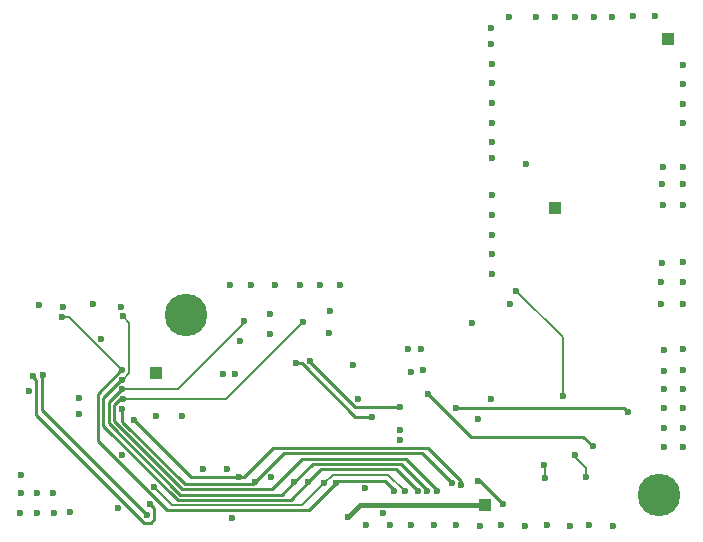
<source format=gbr>
%TF.GenerationSoftware,KiCad,Pcbnew,9.0.0*%
%TF.CreationDate,2026-01-13T23:39:09-06:00*%
%TF.ProjectId,SuppChargerPCB,53757070-4368-4617-9267-65725043422e,rev?*%
%TF.SameCoordinates,Original*%
%TF.FileFunction,Copper,L3,Inr*%
%TF.FilePolarity,Positive*%
%FSLAX46Y46*%
G04 Gerber Fmt 4.6, Leading zero omitted, Abs format (unit mm)*
G04 Created by KiCad (PCBNEW 9.0.0) date 2026-01-13 23:39:09*
%MOMM*%
%LPD*%
G01*
G04 APERTURE LIST*
%TA.AperFunction,ComponentPad*%
%ADD10C,3.600000*%
%TD*%
%TA.AperFunction,ComponentPad*%
%ADD11R,1.000000X1.000000*%
%TD*%
%TA.AperFunction,ViaPad*%
%ADD12C,0.600000*%
%TD*%
%TA.AperFunction,Conductor*%
%ADD13C,0.200000*%
%TD*%
%TA.AperFunction,Conductor*%
%ADD14C,0.250000*%
%TD*%
%TA.AperFunction,Conductor*%
%ADD15C,0.400000*%
%TD*%
G04 APERTURE END LIST*
D10*
%TO.N,N/C*%
%TO.C,H1*%
X87490000Y-98890000D03*
%TD*%
%TO.N,N/C*%
%TO.C,H3*%
X127510000Y-114120000D03*
%TD*%
D11*
%TO.N,+3V3*%
%TO.C,OUT4*%
X112810000Y-114970000D03*
%TD*%
%TO.N,OUT*%
%TO.C,OUT2*%
X84930000Y-103790000D03*
%TD*%
%TO.N,+24V*%
%TO.C,+24V2*%
X118740000Y-89860000D03*
%TD*%
%TO.N,PGND*%
%TO.C,PGND3*%
X128310000Y-75510000D03*
%TD*%
D12*
%TO.N,+24V*%
X119350000Y-105750000D03*
X115400000Y-96850000D03*
%TO.N,/ACOV*%
X117810000Y-111580000D03*
X117860000Y-112690000D03*
%TO.N,/ACUV*%
X120390000Y-110730000D03*
X121320000Y-112590000D03*
%TO.N,/Converter/BUCK_IN*%
X114920000Y-97950000D03*
%TO.N,PGND*%
X100510000Y-96390000D03*
X112330000Y-116740000D03*
X91210000Y-96390000D03*
X113360000Y-95440000D03*
X108500000Y-116730000D03*
X76270000Y-115640000D03*
X114140000Y-116720000D03*
X113340000Y-77640000D03*
X113360000Y-88790000D03*
X119990000Y-116740000D03*
X113340000Y-84290000D03*
X129560000Y-108440000D03*
X120410000Y-73670000D03*
X116130000Y-116740000D03*
X129540000Y-89630000D03*
X113370000Y-82620000D03*
X113390000Y-93770000D03*
X127970000Y-106790000D03*
X104720000Y-116730000D03*
X127940000Y-101850000D03*
X129550000Y-106770000D03*
X127810000Y-87850000D03*
X73490000Y-112430000D03*
X129530000Y-87850000D03*
X118000000Y-116720000D03*
X113350000Y-79280000D03*
X127820000Y-89630000D03*
X129540000Y-105180000D03*
X98820000Y-96370000D03*
X95030000Y-96390000D03*
X114780000Y-73650000D03*
X127820000Y-86390000D03*
X129580000Y-81020000D03*
X125350000Y-73640000D03*
X127720000Y-97980000D03*
X129530000Y-103610000D03*
X102730000Y-116710000D03*
X106510000Y-116710000D03*
X110340000Y-116720000D03*
X105607599Y-109463000D03*
X129570000Y-79350000D03*
X127960000Y-105200000D03*
X127210000Y-73640000D03*
X73440000Y-115640000D03*
X127750000Y-94480000D03*
X122000000Y-73660000D03*
X74890000Y-113960000D03*
X97150000Y-96370000D03*
X121590000Y-116720000D03*
X73470000Y-113960000D03*
X129570000Y-94460000D03*
X113360000Y-80990000D03*
X113330000Y-74640000D03*
X93000000Y-96370000D03*
X129540000Y-96130000D03*
X129550000Y-82690000D03*
X113330000Y-75960000D03*
X129530000Y-110110000D03*
X129560000Y-77760000D03*
X105626456Y-108643544D03*
X77640000Y-115630000D03*
X123580000Y-116740000D03*
X113370000Y-90430000D03*
X127980000Y-108460000D03*
X76230000Y-113970000D03*
X118740000Y-73680000D03*
X117070000Y-73650000D03*
X129540000Y-97960000D03*
X129520000Y-101830000D03*
X123570000Y-73650000D03*
X127720000Y-96150000D03*
X113380000Y-92140000D03*
X127950000Y-110130000D03*
X113350000Y-85630000D03*
X129540000Y-86390000D03*
X74890000Y-115640000D03*
X127950000Y-103630000D03*
%TO.N,/DRV_SUP*%
X106560000Y-103778000D03*
%TO.N,/Converter/BOOST_OUT*%
X91580000Y-103920000D03*
%TO.N,/Converter/BUCK_HIGH*%
X113300000Y-106038000D03*
%TO.N,OUT*%
X90610000Y-103910000D03*
X82070000Y-110760000D03*
X78430000Y-107290000D03*
X78430000Y-105960000D03*
%TO.N,/SW1*%
X107404902Y-101795645D03*
X112220578Y-107695001D03*
X111694687Y-99615313D03*
%TO.N,/SW2*%
X102011690Y-106057074D03*
X106265098Y-101795647D03*
%TO.N,Net-(D1-A)*%
X94553035Y-100481697D03*
%TO.N,/STAT1*%
X82074065Y-105209911D03*
X107889977Y-113776696D03*
X96635000Y-113095000D03*
X92390000Y-99460000D03*
%TO.N,/STAT2*%
X82068890Y-104409925D03*
X97840000Y-113090000D03*
X107092319Y-113843064D03*
X82120000Y-99010000D03*
%TO.N,Net-(D2-A)*%
X79590322Y-97997500D03*
%TO.N,/\u002APG*%
X105984819Y-113849065D03*
X99170000Y-113160000D03*
X84800523Y-113489001D03*
%TO.N,Net-(D4-A)*%
X75004632Y-98036887D03*
%TO.N,/\u002ACE*%
X100160000Y-113180000D03*
X76970000Y-99060000D03*
X82080000Y-103610000D03*
X105110587Y-113830587D03*
%TO.N,Net-(D5-A)*%
X116270000Y-86100000D03*
%TO.N,/\u002AINT*%
X108687930Y-113837242D03*
X97360000Y-99500000D03*
X82113159Y-106008958D03*
%TO.N,/FB*%
X90920000Y-111985000D03*
X87100000Y-107450000D03*
%TO.N,/FBG*%
X94639882Y-112615000D03*
X84890000Y-107440000D03*
X88870000Y-111985000D03*
%TO.N,+3V3*%
X80274265Y-100955735D03*
X101170000Y-115990000D03*
X91400000Y-116065000D03*
X92080000Y-101110000D03*
X81738058Y-115221942D03*
%TO.N,/SCL*%
X82070000Y-106850000D03*
X93339461Y-113018183D03*
X109950000Y-113100000D03*
%TO.N,/SDA*%
X83040000Y-107800000D03*
X91920002Y-112610000D03*
X110719299Y-113319495D03*
%TO.N,/HIDRV1*%
X124860000Y-107110000D03*
X110310000Y-106810800D03*
%TO.N,/HIDRV2*%
X103210000Y-107511459D03*
X96790000Y-102960000D03*
%TO.N,/LODRV1*%
X121910000Y-110040000D03*
X108000000Y-105598000D03*
%TO.N,/LODRV2*%
X97992110Y-102817890D03*
X105623178Y-106692484D03*
%TO.N,/Converter/BOOST_HIGH*%
X101627314Y-103112686D03*
%TO.N,Net-(U1-ILIM_HIZ)*%
X102620000Y-113590000D03*
X104160000Y-115670000D03*
%TO.N,Net-(D1-K)*%
X94560000Y-98860000D03*
%TO.N,Net-(D2-K)*%
X82006746Y-98218055D03*
%TO.N,Net-(D4-K)*%
X77028029Y-98262104D03*
%TO.N,Net-(D3-A)*%
X84142500Y-115836019D03*
X75320000Y-104010000D03*
%TO.N,Net-(D3-K)*%
X84410000Y-114890000D03*
X74482857Y-104055214D03*
%TO.N,Net-(D6-A)*%
X74165000Y-105390000D03*
%TO.N,Net-(D7-K)*%
X99660000Y-98560000D03*
%TO.N,Net-(D7-A)*%
X99545747Y-100476289D03*
%TO.N,/REGN*%
X107531869Y-103538000D03*
X112232499Y-112999902D03*
X114300000Y-114920000D03*
%TD*%
D13*
%TO.N,/ACUV*%
X121320000Y-111850000D02*
X121320000Y-112590000D01*
X120390000Y-110730000D02*
X120390000Y-110920000D01*
X120390000Y-110920000D02*
X121320000Y-111850000D01*
%TO.N,+24V*%
X115400000Y-96850000D02*
X119350000Y-100800000D01*
X119350000Y-100800000D02*
X119350000Y-105750000D01*
%TO.N,/ACOV*%
X117860000Y-112690000D02*
X117860000Y-111630000D01*
X117860000Y-111630000D02*
X117810000Y-111580000D01*
D14*
%TO.N,/STAT1*%
X82026908Y-105209911D02*
X82074065Y-105209911D01*
D13*
X82074065Y-105209911D02*
X82018933Y-105209911D01*
D14*
X107889977Y-113755424D02*
X107889977Y-113776696D01*
X107889977Y-113754778D02*
X107889977Y-113776696D01*
D13*
X86810089Y-105209911D02*
X82074065Y-105209911D01*
D14*
X98191000Y-111539000D02*
X105673553Y-111539000D01*
X96635000Y-113095000D02*
X98191000Y-111539000D01*
X105673553Y-111539000D02*
X107889977Y-113755424D01*
X80926563Y-108093347D02*
X80926563Y-106310256D01*
X96635000Y-113095000D02*
X95593000Y-114137000D01*
X80926563Y-106310256D02*
X82026908Y-105209911D01*
D13*
X82074065Y-105209911D02*
X82118847Y-105209911D01*
X92390000Y-99630000D02*
X92390000Y-99460000D01*
D14*
X95593000Y-114137000D02*
X86970216Y-114137000D01*
X86970216Y-114137000D02*
X80926563Y-108093347D01*
X107889977Y-113776696D02*
X107889977Y-113930848D01*
D13*
X86810089Y-105209911D02*
X92390000Y-99630000D01*
D14*
%TO.N,/STAT2*%
X105239255Y-111990000D02*
X98940000Y-111990000D01*
X80475563Y-108280157D02*
X80475563Y-105923115D01*
X98940000Y-111990000D02*
X97840000Y-113090000D01*
X107092319Y-113843064D02*
X107092319Y-113842418D01*
X80475563Y-105923115D02*
X81988753Y-104409925D01*
D13*
X82068890Y-104409925D02*
X82130018Y-104409925D01*
X82681000Y-99571000D02*
X82120000Y-99010000D01*
X82068890Y-104409925D02*
X81976014Y-104409925D01*
D14*
X107092319Y-113843064D02*
X107092319Y-113843208D01*
X86783406Y-114588000D02*
X80475563Y-108280157D01*
D13*
X82681000Y-103858943D02*
X82681000Y-99571000D01*
D14*
X81988753Y-104409925D02*
X82068890Y-104409925D01*
X107092319Y-113843064D02*
X105239255Y-111990000D01*
D13*
X82130018Y-104409925D02*
X82681000Y-103858943D01*
D14*
X97840000Y-113090000D02*
X96342000Y-114588000D01*
X96342000Y-114588000D02*
X86783406Y-114588000D01*
X82068890Y-104409925D02*
X82088815Y-104390000D01*
D13*
%TO.N,/\u002APG*%
X84800523Y-113489001D02*
X86325522Y-115014000D01*
X97316000Y-115014000D02*
X99170000Y-113160000D01*
X104555754Y-112420000D02*
X104160000Y-112420000D01*
X99910000Y-112420000D02*
X99170000Y-113160000D01*
X104160000Y-112420000D02*
X99910000Y-112420000D01*
X105984819Y-113849065D02*
X104555754Y-112420000D01*
X86325522Y-115014000D02*
X97316000Y-115014000D01*
D14*
%TO.N,/\u002ACE*%
X80024563Y-105568954D02*
X81983517Y-103610000D01*
D13*
X82080000Y-103610000D02*
X77530000Y-99060000D01*
X77530000Y-99060000D02*
X76970000Y-99060000D01*
D14*
X100400000Y-112940000D02*
X100160000Y-113180000D01*
X100160000Y-113180000D02*
X97900000Y-115440000D01*
X104320000Y-112940000D02*
X100400000Y-112940000D01*
X105110587Y-113730587D02*
X104320000Y-112940000D01*
X85864459Y-115440000D02*
X80024563Y-109600104D01*
X81983517Y-103610000D02*
X82080000Y-103610000D01*
X105110587Y-113830587D02*
X105110587Y-113730587D01*
X80024563Y-109600104D02*
X80024563Y-105568954D01*
X97900000Y-115440000D02*
X85864459Y-115440000D01*
D13*
%TO.N,/\u002AINT*%
X97360000Y-99520000D02*
X97360000Y-99500000D01*
D14*
X106086579Y-111088000D02*
X97308000Y-111088000D01*
X81377563Y-107906537D02*
X81377563Y-106497066D01*
X87157026Y-113686000D02*
X81377563Y-107906537D01*
X94710000Y-113686000D02*
X87157026Y-113686000D01*
X97308000Y-111088000D02*
X94710000Y-113686000D01*
X108687930Y-113837242D02*
X108687930Y-113689351D01*
X108687930Y-113837242D02*
X108687930Y-113865713D01*
X81865671Y-106008958D02*
X82113159Y-106008958D01*
X108687930Y-113837242D02*
X108687930Y-113864041D01*
X108687930Y-113689351D02*
X106086579Y-111088000D01*
D13*
X82113159Y-106008958D02*
X90871042Y-106008958D01*
X90871042Y-106008958D02*
X97360000Y-99520000D01*
X82113159Y-106008958D02*
X82061099Y-106008958D01*
D14*
X81377563Y-106497066D02*
X81865671Y-106008958D01*
D15*
%TO.N,+3V3*%
X102190000Y-114970000D02*
X101170000Y-115990000D01*
X112810000Y-114970000D02*
X102190000Y-114970000D01*
D14*
%TO.N,/SCL*%
X82070000Y-107961164D02*
X82070000Y-106850000D01*
X87343836Y-113235000D02*
X82070000Y-107961164D01*
X93339461Y-113031537D02*
X93135998Y-113235000D01*
X95733998Y-110637000D02*
X107487000Y-110637000D01*
X93339461Y-113018183D02*
X93339461Y-113031537D01*
X81915504Y-106850000D02*
X82070000Y-106850000D01*
X93135998Y-113235000D02*
X87343836Y-113235000D01*
X107487000Y-110637000D02*
X109950000Y-113100000D01*
X93339461Y-113018183D02*
X93352815Y-113018183D01*
X93352815Y-113018183D02*
X95733998Y-110637000D01*
%TO.N,/SDA*%
X92380000Y-112610000D02*
X94804000Y-110186000D01*
X87850000Y-112610000D02*
X83040000Y-107800000D01*
X91920002Y-112610000D02*
X87850000Y-112610000D01*
X107921298Y-110186000D02*
X110719299Y-112984001D01*
X110719299Y-112984001D02*
X110719299Y-113319495D01*
X91920002Y-112610000D02*
X92380000Y-112610000D01*
X94804000Y-110186000D02*
X107921298Y-110186000D01*
%TO.N,/HIDRV1*%
X124560800Y-106810800D02*
X124860000Y-107110000D01*
X110310000Y-106810800D02*
X124560800Y-106810800D01*
%TO.N,/HIDRV2*%
X97250336Y-102960000D02*
X101801795Y-107511459D01*
X96790000Y-102960000D02*
X97250336Y-102960000D01*
X101801795Y-107511459D02*
X103210000Y-107511459D01*
%TO.N,/LODRV1*%
X121910000Y-110040000D02*
X121094000Y-109224000D01*
X111626000Y-109224000D02*
X108000000Y-105598000D01*
X121094000Y-109224000D02*
X111626000Y-109224000D01*
%TO.N,/LODRV2*%
X105623177Y-106692485D02*
X101762485Y-106692485D01*
X97951396Y-102817890D02*
X97992110Y-102817890D01*
X97919643Y-102849643D02*
X97951396Y-102817890D01*
X105623178Y-106692484D02*
X105623177Y-106692485D01*
X101762485Y-106692485D02*
X97919643Y-102849643D01*
%TO.N,Net-(D3-A)*%
X75241000Y-104574881D02*
X75241000Y-104201261D01*
X75184870Y-104145130D02*
X75320000Y-104010000D01*
X75241000Y-104201261D02*
X75184870Y-104145130D01*
X84142500Y-115836019D02*
X75241000Y-106934519D01*
X75241000Y-106934519D02*
X75241000Y-104574881D01*
%TO.N,Net-(D3-K)*%
X83890000Y-116490000D02*
X84520000Y-116490000D01*
X84790000Y-115270000D02*
X84410000Y-114890000D01*
X74470000Y-104068071D02*
X74790000Y-104388071D01*
X84520000Y-116490000D02*
X84790000Y-116220000D01*
X74790000Y-107390000D02*
X83890000Y-116490000D01*
X74790000Y-104388071D02*
X74790000Y-107390000D01*
X84790000Y-116220000D02*
X84790000Y-115270000D01*
%TO.N,/REGN*%
X112232499Y-112999902D02*
X112379902Y-112999902D01*
X112379902Y-112999902D02*
X114300000Y-114920000D01*
%TD*%
M02*

</source>
